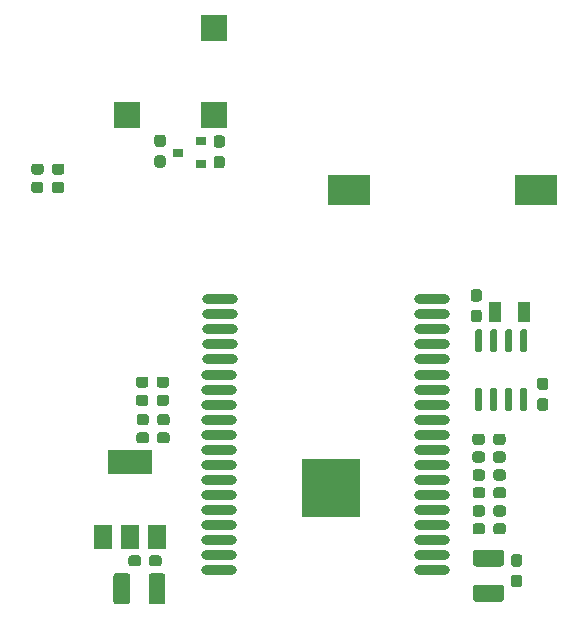
<source format=gbr>
%TF.GenerationSoftware,KiCad,Pcbnew,5.1.6-c6e7f7d~87~ubuntu20.04.1*%
%TF.CreationDate,2021-01-31T19:29:29+07:00*%
%TF.ProjectId,kh-gift-hw,6b682d67-6966-4742-9d68-772e6b696361,rev?*%
%TF.SameCoordinates,Original*%
%TF.FileFunction,Paste,Top*%
%TF.FilePolarity,Positive*%
%FSLAX46Y46*%
G04 Gerber Fmt 4.6, Leading zero omitted, Abs format (unit mm)*
G04 Created by KiCad (PCBNEW 5.1.6-c6e7f7d~87~ubuntu20.04.1) date 2021-01-31 19:29:29*
%MOMM*%
%LPD*%
G01*
G04 APERTURE LIST*
%ADD10R,1.000000X1.800000*%
%ADD11R,1.500000X2.000000*%
%ADD12R,3.800000X2.000000*%
%ADD13R,5.000000X5.000000*%
%ADD14O,3.000000X0.900000*%
%ADD15R,0.900000X0.800000*%
%ADD16R,2.195000X2.195000*%
%ADD17R,3.540000X2.600000*%
%ADD18R,3.660000X2.600000*%
G04 APERTURE END LIST*
D10*
%TO.C,Y1*%
X109520000Y-142970000D03*
X112020000Y-142970000D03*
%TD*%
%TO.C,U4*%
G36*
G01*
X111816740Y-149426920D02*
X112116740Y-149426920D01*
G75*
G02*
X112266740Y-149576920I0J-150000D01*
G01*
X112266740Y-151226920D01*
G75*
G02*
X112116740Y-151376920I-150000J0D01*
G01*
X111816740Y-151376920D01*
G75*
G02*
X111666740Y-151226920I0J150000D01*
G01*
X111666740Y-149576920D01*
G75*
G02*
X111816740Y-149426920I150000J0D01*
G01*
G37*
G36*
G01*
X110546740Y-149426920D02*
X110846740Y-149426920D01*
G75*
G02*
X110996740Y-149576920I0J-150000D01*
G01*
X110996740Y-151226920D01*
G75*
G02*
X110846740Y-151376920I-150000J0D01*
G01*
X110546740Y-151376920D01*
G75*
G02*
X110396740Y-151226920I0J150000D01*
G01*
X110396740Y-149576920D01*
G75*
G02*
X110546740Y-149426920I150000J0D01*
G01*
G37*
G36*
G01*
X109276740Y-149426920D02*
X109576740Y-149426920D01*
G75*
G02*
X109726740Y-149576920I0J-150000D01*
G01*
X109726740Y-151226920D01*
G75*
G02*
X109576740Y-151376920I-150000J0D01*
G01*
X109276740Y-151376920D01*
G75*
G02*
X109126740Y-151226920I0J150000D01*
G01*
X109126740Y-149576920D01*
G75*
G02*
X109276740Y-149426920I150000J0D01*
G01*
G37*
G36*
G01*
X108006740Y-149426920D02*
X108306740Y-149426920D01*
G75*
G02*
X108456740Y-149576920I0J-150000D01*
G01*
X108456740Y-151226920D01*
G75*
G02*
X108306740Y-151376920I-150000J0D01*
G01*
X108006740Y-151376920D01*
G75*
G02*
X107856740Y-151226920I0J150000D01*
G01*
X107856740Y-149576920D01*
G75*
G02*
X108006740Y-149426920I150000J0D01*
G01*
G37*
G36*
G01*
X108006740Y-144476920D02*
X108306740Y-144476920D01*
G75*
G02*
X108456740Y-144626920I0J-150000D01*
G01*
X108456740Y-146276920D01*
G75*
G02*
X108306740Y-146426920I-150000J0D01*
G01*
X108006740Y-146426920D01*
G75*
G02*
X107856740Y-146276920I0J150000D01*
G01*
X107856740Y-144626920D01*
G75*
G02*
X108006740Y-144476920I150000J0D01*
G01*
G37*
G36*
G01*
X109276740Y-144476920D02*
X109576740Y-144476920D01*
G75*
G02*
X109726740Y-144626920I0J-150000D01*
G01*
X109726740Y-146276920D01*
G75*
G02*
X109576740Y-146426920I-150000J0D01*
G01*
X109276740Y-146426920D01*
G75*
G02*
X109126740Y-146276920I0J150000D01*
G01*
X109126740Y-144626920D01*
G75*
G02*
X109276740Y-144476920I150000J0D01*
G01*
G37*
G36*
G01*
X110546740Y-144476920D02*
X110846740Y-144476920D01*
G75*
G02*
X110996740Y-144626920I0J-150000D01*
G01*
X110996740Y-146276920D01*
G75*
G02*
X110846740Y-146426920I-150000J0D01*
G01*
X110546740Y-146426920D01*
G75*
G02*
X110396740Y-146276920I0J150000D01*
G01*
X110396740Y-144626920D01*
G75*
G02*
X110546740Y-144476920I150000J0D01*
G01*
G37*
G36*
G01*
X111816740Y-144476920D02*
X112116740Y-144476920D01*
G75*
G02*
X112266740Y-144626920I0J-150000D01*
G01*
X112266740Y-146276920D01*
G75*
G02*
X112116740Y-146426920I-150000J0D01*
G01*
X111816740Y-146426920D01*
G75*
G02*
X111666740Y-146276920I0J150000D01*
G01*
X111666740Y-144626920D01*
G75*
G02*
X111816740Y-144476920I150000J0D01*
G01*
G37*
%TD*%
D11*
%TO.C,U2*%
X76338400Y-162037160D03*
X80938400Y-162037160D03*
X78638400Y-162037160D03*
D12*
X78638400Y-155737160D03*
%TD*%
D13*
%TO.C,U1*%
X95647300Y-157892460D03*
D14*
X104237300Y-164822460D03*
X104237300Y-163552460D03*
X104237300Y-162282460D03*
X104237300Y-161012460D03*
X104237300Y-159742460D03*
X104237300Y-158472460D03*
X104237300Y-157202460D03*
X104237300Y-155932460D03*
X104237300Y-154662460D03*
X104237300Y-153392460D03*
X104237300Y-152122460D03*
X104237300Y-150852460D03*
X104237300Y-149582460D03*
X104237300Y-148312460D03*
X104237300Y-147012460D03*
X104237300Y-145742460D03*
X104237300Y-144472460D03*
X104237300Y-143202460D03*
X104237300Y-141932460D03*
X86237300Y-141932460D03*
X86237300Y-143202460D03*
X86237300Y-144472460D03*
X86237300Y-145742460D03*
X86237300Y-147012460D03*
X86207300Y-148312460D03*
X86207300Y-149582460D03*
X86207300Y-150852460D03*
X86207300Y-152122460D03*
X86207300Y-153392460D03*
X86207300Y-154662460D03*
X86207300Y-155932460D03*
X86207300Y-157202460D03*
X86207300Y-158472460D03*
X86207300Y-159742460D03*
X86207300Y-161012460D03*
X86207300Y-162282460D03*
X86207300Y-163552460D03*
X86207300Y-164822460D03*
%TD*%
%TO.C,R9*%
G36*
G01*
X108685000Y-155052500D02*
X108685000Y-155527500D01*
G75*
G02*
X108447500Y-155765000I-237500J0D01*
G01*
X107872500Y-155765000D01*
G75*
G02*
X107635000Y-155527500I0J237500D01*
G01*
X107635000Y-155052500D01*
G75*
G02*
X107872500Y-154815000I237500J0D01*
G01*
X108447500Y-154815000D01*
G75*
G02*
X108685000Y-155052500I0J-237500D01*
G01*
G37*
G36*
G01*
X110435000Y-155052500D02*
X110435000Y-155527500D01*
G75*
G02*
X110197500Y-155765000I-237500J0D01*
G01*
X109622500Y-155765000D01*
G75*
G02*
X109385000Y-155527500I0J237500D01*
G01*
X109385000Y-155052500D01*
G75*
G02*
X109622500Y-154815000I237500J0D01*
G01*
X110197500Y-154815000D01*
G75*
G02*
X110435000Y-155052500I0J-237500D01*
G01*
G37*
%TD*%
%TO.C,R8*%
G36*
G01*
X108685000Y-153552500D02*
X108685000Y-154027500D01*
G75*
G02*
X108447500Y-154265000I-237500J0D01*
G01*
X107872500Y-154265000D01*
G75*
G02*
X107635000Y-154027500I0J237500D01*
G01*
X107635000Y-153552500D01*
G75*
G02*
X107872500Y-153315000I237500J0D01*
G01*
X108447500Y-153315000D01*
G75*
G02*
X108685000Y-153552500I0J-237500D01*
G01*
G37*
G36*
G01*
X110435000Y-153552500D02*
X110435000Y-154027500D01*
G75*
G02*
X110197500Y-154265000I-237500J0D01*
G01*
X109622500Y-154265000D01*
G75*
G02*
X109385000Y-154027500I0J237500D01*
G01*
X109385000Y-153552500D01*
G75*
G02*
X109622500Y-153315000I237500J0D01*
G01*
X110197500Y-153315000D01*
G75*
G02*
X110435000Y-153552500I0J-237500D01*
G01*
G37*
%TD*%
%TO.C,R7*%
G36*
G01*
X108705000Y-161132500D02*
X108705000Y-161607500D01*
G75*
G02*
X108467500Y-161845000I-237500J0D01*
G01*
X107892500Y-161845000D01*
G75*
G02*
X107655000Y-161607500I0J237500D01*
G01*
X107655000Y-161132500D01*
G75*
G02*
X107892500Y-160895000I237500J0D01*
G01*
X108467500Y-160895000D01*
G75*
G02*
X108705000Y-161132500I0J-237500D01*
G01*
G37*
G36*
G01*
X110455000Y-161132500D02*
X110455000Y-161607500D01*
G75*
G02*
X110217500Y-161845000I-237500J0D01*
G01*
X109642500Y-161845000D01*
G75*
G02*
X109405000Y-161607500I0J237500D01*
G01*
X109405000Y-161132500D01*
G75*
G02*
X109642500Y-160895000I237500J0D01*
G01*
X110217500Y-160895000D01*
G75*
G02*
X110455000Y-161132500I0J-237500D01*
G01*
G37*
%TD*%
%TO.C,R6*%
G36*
G01*
X80945940Y-129743820D02*
X81420940Y-129743820D01*
G75*
G02*
X81658440Y-129981320I0J-237500D01*
G01*
X81658440Y-130556320D01*
G75*
G02*
X81420940Y-130793820I-237500J0D01*
G01*
X80945940Y-130793820D01*
G75*
G02*
X80708440Y-130556320I0J237500D01*
G01*
X80708440Y-129981320D01*
G75*
G02*
X80945940Y-129743820I237500J0D01*
G01*
G37*
G36*
G01*
X80945940Y-127993820D02*
X81420940Y-127993820D01*
G75*
G02*
X81658440Y-128231320I0J-237500D01*
G01*
X81658440Y-128806320D01*
G75*
G02*
X81420940Y-129043820I-237500J0D01*
G01*
X80945940Y-129043820D01*
G75*
G02*
X80708440Y-128806320I0J237500D01*
G01*
X80708440Y-128231320D01*
G75*
G02*
X80945940Y-127993820I237500J0D01*
G01*
G37*
%TD*%
%TO.C,R5*%
G36*
G01*
X71335000Y-130672500D02*
X71335000Y-131147500D01*
G75*
G02*
X71097500Y-131385000I-237500J0D01*
G01*
X70522500Y-131385000D01*
G75*
G02*
X70285000Y-131147500I0J237500D01*
G01*
X70285000Y-130672500D01*
G75*
G02*
X70522500Y-130435000I237500J0D01*
G01*
X71097500Y-130435000D01*
G75*
G02*
X71335000Y-130672500I0J-237500D01*
G01*
G37*
G36*
G01*
X73085000Y-130672500D02*
X73085000Y-131147500D01*
G75*
G02*
X72847500Y-131385000I-237500J0D01*
G01*
X72272500Y-131385000D01*
G75*
G02*
X72035000Y-131147500I0J237500D01*
G01*
X72035000Y-130672500D01*
G75*
G02*
X72272500Y-130435000I237500J0D01*
G01*
X72847500Y-130435000D01*
G75*
G02*
X73085000Y-130672500I0J-237500D01*
G01*
G37*
%TD*%
%TO.C,R4*%
G36*
G01*
X86429820Y-129095860D02*
X85954820Y-129095860D01*
G75*
G02*
X85717320Y-128858360I0J237500D01*
G01*
X85717320Y-128283360D01*
G75*
G02*
X85954820Y-128045860I237500J0D01*
G01*
X86429820Y-128045860D01*
G75*
G02*
X86667320Y-128283360I0J-237500D01*
G01*
X86667320Y-128858360D01*
G75*
G02*
X86429820Y-129095860I-237500J0D01*
G01*
G37*
G36*
G01*
X86429820Y-130845860D02*
X85954820Y-130845860D01*
G75*
G02*
X85717320Y-130608360I0J237500D01*
G01*
X85717320Y-130033360D01*
G75*
G02*
X85954820Y-129795860I237500J0D01*
G01*
X86429820Y-129795860D01*
G75*
G02*
X86667320Y-130033360I0J-237500D01*
G01*
X86667320Y-130608360D01*
G75*
G02*
X86429820Y-130845860I-237500J0D01*
G01*
G37*
%TD*%
%TO.C,R3*%
G36*
G01*
X108715000Y-158082500D02*
X108715000Y-158557500D01*
G75*
G02*
X108477500Y-158795000I-237500J0D01*
G01*
X107902500Y-158795000D01*
G75*
G02*
X107665000Y-158557500I0J237500D01*
G01*
X107665000Y-158082500D01*
G75*
G02*
X107902500Y-157845000I237500J0D01*
G01*
X108477500Y-157845000D01*
G75*
G02*
X108715000Y-158082500I0J-237500D01*
G01*
G37*
G36*
G01*
X110465000Y-158082500D02*
X110465000Y-158557500D01*
G75*
G02*
X110227500Y-158795000I-237500J0D01*
G01*
X109652500Y-158795000D01*
G75*
G02*
X109415000Y-158557500I0J237500D01*
G01*
X109415000Y-158082500D01*
G75*
G02*
X109652500Y-157845000I237500J0D01*
G01*
X110227500Y-157845000D01*
G75*
G02*
X110465000Y-158082500I0J-237500D01*
G01*
G37*
%TD*%
%TO.C,R2*%
G36*
G01*
X80195000Y-148712500D02*
X80195000Y-149187500D01*
G75*
G02*
X79957500Y-149425000I-237500J0D01*
G01*
X79382500Y-149425000D01*
G75*
G02*
X79145000Y-149187500I0J237500D01*
G01*
X79145000Y-148712500D01*
G75*
G02*
X79382500Y-148475000I237500J0D01*
G01*
X79957500Y-148475000D01*
G75*
G02*
X80195000Y-148712500I0J-237500D01*
G01*
G37*
G36*
G01*
X81945000Y-148712500D02*
X81945000Y-149187500D01*
G75*
G02*
X81707500Y-149425000I-237500J0D01*
G01*
X81132500Y-149425000D01*
G75*
G02*
X80895000Y-149187500I0J237500D01*
G01*
X80895000Y-148712500D01*
G75*
G02*
X81132500Y-148475000I237500J0D01*
G01*
X81707500Y-148475000D01*
G75*
G02*
X81945000Y-148712500I0J-237500D01*
G01*
G37*
%TD*%
%TO.C,R1*%
G36*
G01*
X80245000Y-151882500D02*
X80245000Y-152357500D01*
G75*
G02*
X80007500Y-152595000I-237500J0D01*
G01*
X79432500Y-152595000D01*
G75*
G02*
X79195000Y-152357500I0J237500D01*
G01*
X79195000Y-151882500D01*
G75*
G02*
X79432500Y-151645000I237500J0D01*
G01*
X80007500Y-151645000D01*
G75*
G02*
X80245000Y-151882500I0J-237500D01*
G01*
G37*
G36*
G01*
X81995000Y-151882500D02*
X81995000Y-152357500D01*
G75*
G02*
X81757500Y-152595000I-237500J0D01*
G01*
X81182500Y-152595000D01*
G75*
G02*
X80945000Y-152357500I0J237500D01*
G01*
X80945000Y-151882500D01*
G75*
G02*
X81182500Y-151645000I237500J0D01*
G01*
X81757500Y-151645000D01*
G75*
G02*
X81995000Y-151882500I0J-237500D01*
G01*
G37*
%TD*%
D15*
%TO.C,Q1*%
X82687880Y-129514600D03*
X84687880Y-128564600D03*
X84687880Y-130464600D03*
%TD*%
%TO.C,D1*%
G36*
G01*
X80190000Y-150252500D02*
X80190000Y-150727500D01*
G75*
G02*
X79952500Y-150965000I-237500J0D01*
G01*
X79377500Y-150965000D01*
G75*
G02*
X79140000Y-150727500I0J237500D01*
G01*
X79140000Y-150252500D01*
G75*
G02*
X79377500Y-150015000I237500J0D01*
G01*
X79952500Y-150015000D01*
G75*
G02*
X80190000Y-150252500I0J-237500D01*
G01*
G37*
G36*
G01*
X81940000Y-150252500D02*
X81940000Y-150727500D01*
G75*
G02*
X81702500Y-150965000I-237500J0D01*
G01*
X81127500Y-150965000D01*
G75*
G02*
X80890000Y-150727500I0J237500D01*
G01*
X80890000Y-150252500D01*
G75*
G02*
X81127500Y-150015000I237500J0D01*
G01*
X81702500Y-150015000D01*
G75*
G02*
X81940000Y-150252500I0J-237500D01*
G01*
G37*
%TD*%
%TO.C,C12*%
G36*
G01*
X113342500Y-150315000D02*
X113817500Y-150315000D01*
G75*
G02*
X114055000Y-150552500I0J-237500D01*
G01*
X114055000Y-151127500D01*
G75*
G02*
X113817500Y-151365000I-237500J0D01*
G01*
X113342500Y-151365000D01*
G75*
G02*
X113105000Y-151127500I0J237500D01*
G01*
X113105000Y-150552500D01*
G75*
G02*
X113342500Y-150315000I237500J0D01*
G01*
G37*
G36*
G01*
X113342500Y-148565000D02*
X113817500Y-148565000D01*
G75*
G02*
X114055000Y-148802500I0J-237500D01*
G01*
X114055000Y-149377500D01*
G75*
G02*
X113817500Y-149615000I-237500J0D01*
G01*
X113342500Y-149615000D01*
G75*
G02*
X113105000Y-149377500I0J237500D01*
G01*
X113105000Y-148802500D01*
G75*
G02*
X113342500Y-148565000I237500J0D01*
G01*
G37*
%TD*%
%TO.C,C11*%
G36*
G01*
X108197500Y-142125000D02*
X107722500Y-142125000D01*
G75*
G02*
X107485000Y-141887500I0J237500D01*
G01*
X107485000Y-141312500D01*
G75*
G02*
X107722500Y-141075000I237500J0D01*
G01*
X108197500Y-141075000D01*
G75*
G02*
X108435000Y-141312500I0J-237500D01*
G01*
X108435000Y-141887500D01*
G75*
G02*
X108197500Y-142125000I-237500J0D01*
G01*
G37*
G36*
G01*
X108197500Y-143875000D02*
X107722500Y-143875000D01*
G75*
G02*
X107485000Y-143637500I0J237500D01*
G01*
X107485000Y-143062500D01*
G75*
G02*
X107722500Y-142825000I237500J0D01*
G01*
X108197500Y-142825000D01*
G75*
G02*
X108435000Y-143062500I0J-237500D01*
G01*
X108435000Y-143637500D01*
G75*
G02*
X108197500Y-143875000I-237500J0D01*
G01*
G37*
%TD*%
%TO.C,C10*%
G36*
G01*
X71315000Y-132222500D02*
X71315000Y-132697500D01*
G75*
G02*
X71077500Y-132935000I-237500J0D01*
G01*
X70502500Y-132935000D01*
G75*
G02*
X70265000Y-132697500I0J237500D01*
G01*
X70265000Y-132222500D01*
G75*
G02*
X70502500Y-131985000I237500J0D01*
G01*
X71077500Y-131985000D01*
G75*
G02*
X71315000Y-132222500I0J-237500D01*
G01*
G37*
G36*
G01*
X73065000Y-132222500D02*
X73065000Y-132697500D01*
G75*
G02*
X72827500Y-132935000I-237500J0D01*
G01*
X72252500Y-132935000D01*
G75*
G02*
X72015000Y-132697500I0J237500D01*
G01*
X72015000Y-132222500D01*
G75*
G02*
X72252500Y-131985000I237500J0D01*
G01*
X72827500Y-131985000D01*
G75*
G02*
X73065000Y-132222500I0J-237500D01*
G01*
G37*
%TD*%
%TO.C,C7*%
G36*
G01*
X109410420Y-160088880D02*
X109410420Y-159613880D01*
G75*
G02*
X109647920Y-159376380I237500J0D01*
G01*
X110222920Y-159376380D01*
G75*
G02*
X110460420Y-159613880I0J-237500D01*
G01*
X110460420Y-160088880D01*
G75*
G02*
X110222920Y-160326380I-237500J0D01*
G01*
X109647920Y-160326380D01*
G75*
G02*
X109410420Y-160088880I0J237500D01*
G01*
G37*
G36*
G01*
X107660420Y-160088880D02*
X107660420Y-159613880D01*
G75*
G02*
X107897920Y-159376380I237500J0D01*
G01*
X108472920Y-159376380D01*
G75*
G02*
X108710420Y-159613880I0J-237500D01*
G01*
X108710420Y-160088880D01*
G75*
G02*
X108472920Y-160326380I-237500J0D01*
G01*
X107897920Y-160326380D01*
G75*
G02*
X107660420Y-160088880I0J237500D01*
G01*
G37*
%TD*%
%TO.C,C6*%
G36*
G01*
X109406780Y-157053660D02*
X109406780Y-156578660D01*
G75*
G02*
X109644280Y-156341160I237500J0D01*
G01*
X110219280Y-156341160D01*
G75*
G02*
X110456780Y-156578660I0J-237500D01*
G01*
X110456780Y-157053660D01*
G75*
G02*
X110219280Y-157291160I-237500J0D01*
G01*
X109644280Y-157291160D01*
G75*
G02*
X109406780Y-157053660I0J237500D01*
G01*
G37*
G36*
G01*
X107656780Y-157053660D02*
X107656780Y-156578660D01*
G75*
G02*
X107894280Y-156341160I237500J0D01*
G01*
X108469280Y-156341160D01*
G75*
G02*
X108706780Y-156578660I0J-237500D01*
G01*
X108706780Y-157053660D01*
G75*
G02*
X108469280Y-157291160I-237500J0D01*
G01*
X107894280Y-157291160D01*
G75*
G02*
X107656780Y-157053660I0J237500D01*
G01*
G37*
%TD*%
%TO.C,C5*%
G36*
G01*
X80940360Y-153902420D02*
X80940360Y-153427420D01*
G75*
G02*
X81177860Y-153189920I237500J0D01*
G01*
X81752860Y-153189920D01*
G75*
G02*
X81990360Y-153427420I0J-237500D01*
G01*
X81990360Y-153902420D01*
G75*
G02*
X81752860Y-154139920I-237500J0D01*
G01*
X81177860Y-154139920D01*
G75*
G02*
X80940360Y-153902420I0J237500D01*
G01*
G37*
G36*
G01*
X79190360Y-153902420D02*
X79190360Y-153427420D01*
G75*
G02*
X79427860Y-153189920I237500J0D01*
G01*
X80002860Y-153189920D01*
G75*
G02*
X80240360Y-153427420I0J-237500D01*
G01*
X80240360Y-153902420D01*
G75*
G02*
X80002860Y-154139920I-237500J0D01*
G01*
X79427860Y-154139920D01*
G75*
G02*
X79190360Y-153902420I0J237500D01*
G01*
G37*
%TD*%
%TO.C,C4*%
G36*
G01*
X78667500Y-165365000D02*
X78667500Y-167515000D01*
G75*
G02*
X78417500Y-167765000I-250000J0D01*
G01*
X77492500Y-167765000D01*
G75*
G02*
X77242500Y-167515000I0J250000D01*
G01*
X77242500Y-165365000D01*
G75*
G02*
X77492500Y-165115000I250000J0D01*
G01*
X78417500Y-165115000D01*
G75*
G02*
X78667500Y-165365000I0J-250000D01*
G01*
G37*
G36*
G01*
X81642500Y-165365000D02*
X81642500Y-167515000D01*
G75*
G02*
X81392500Y-167765000I-250000J0D01*
G01*
X80467500Y-167765000D01*
G75*
G02*
X80217500Y-167515000I0J250000D01*
G01*
X80217500Y-165365000D01*
G75*
G02*
X80467500Y-165115000I250000J0D01*
G01*
X81392500Y-165115000D01*
G75*
G02*
X81642500Y-165365000I0J-250000D01*
G01*
G37*
%TD*%
%TO.C,C3*%
G36*
G01*
X79560000Y-163842500D02*
X79560000Y-164317500D01*
G75*
G02*
X79322500Y-164555000I-237500J0D01*
G01*
X78747500Y-164555000D01*
G75*
G02*
X78510000Y-164317500I0J237500D01*
G01*
X78510000Y-163842500D01*
G75*
G02*
X78747500Y-163605000I237500J0D01*
G01*
X79322500Y-163605000D01*
G75*
G02*
X79560000Y-163842500I0J-237500D01*
G01*
G37*
G36*
G01*
X81310000Y-163842500D02*
X81310000Y-164317500D01*
G75*
G02*
X81072500Y-164555000I-237500J0D01*
G01*
X80497500Y-164555000D01*
G75*
G02*
X80260000Y-164317500I0J237500D01*
G01*
X80260000Y-163842500D01*
G75*
G02*
X80497500Y-163605000I237500J0D01*
G01*
X81072500Y-163605000D01*
G75*
G02*
X81310000Y-163842500I0J-237500D01*
G01*
G37*
%TD*%
%TO.C,C2*%
G36*
G01*
X107915000Y-166112500D02*
X110065000Y-166112500D01*
G75*
G02*
X110315000Y-166362500I0J-250000D01*
G01*
X110315000Y-167287500D01*
G75*
G02*
X110065000Y-167537500I-250000J0D01*
G01*
X107915000Y-167537500D01*
G75*
G02*
X107665000Y-167287500I0J250000D01*
G01*
X107665000Y-166362500D01*
G75*
G02*
X107915000Y-166112500I250000J0D01*
G01*
G37*
G36*
G01*
X107915000Y-163137500D02*
X110065000Y-163137500D01*
G75*
G02*
X110315000Y-163387500I0J-250000D01*
G01*
X110315000Y-164312500D01*
G75*
G02*
X110065000Y-164562500I-250000J0D01*
G01*
X107915000Y-164562500D01*
G75*
G02*
X107665000Y-164312500I0J250000D01*
G01*
X107665000Y-163387500D01*
G75*
G02*
X107915000Y-163137500I250000J0D01*
G01*
G37*
%TD*%
%TO.C,C1*%
G36*
G01*
X111132500Y-165270000D02*
X111607500Y-165270000D01*
G75*
G02*
X111845000Y-165507500I0J-237500D01*
G01*
X111845000Y-166082500D01*
G75*
G02*
X111607500Y-166320000I-237500J0D01*
G01*
X111132500Y-166320000D01*
G75*
G02*
X110895000Y-166082500I0J237500D01*
G01*
X110895000Y-165507500D01*
G75*
G02*
X111132500Y-165270000I237500J0D01*
G01*
G37*
G36*
G01*
X111132500Y-163520000D02*
X111607500Y-163520000D01*
G75*
G02*
X111845000Y-163757500I0J-237500D01*
G01*
X111845000Y-164332500D01*
G75*
G02*
X111607500Y-164570000I-237500J0D01*
G01*
X111132500Y-164570000D01*
G75*
G02*
X110895000Y-164332500I0J237500D01*
G01*
X110895000Y-163757500D01*
G75*
G02*
X111132500Y-163520000I237500J0D01*
G01*
G37*
%TD*%
D16*
%TO.C,BZ1*%
X78350000Y-126340000D03*
X85750000Y-126340000D03*
X85750000Y-118940000D03*
%TD*%
D17*
%TO.C,BT1*%
X113014720Y-132700320D03*
D18*
X97214720Y-132700320D03*
%TD*%
M02*

</source>
